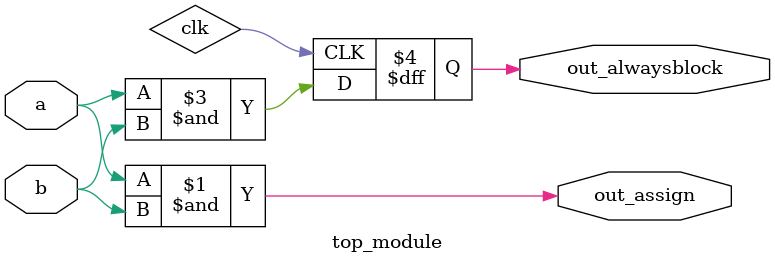
<source format=v>
module top_module(
    input a, 
    input b,
    output wire out_assign,
    output reg out_alwaysblock
);
    assign out_assign = a & b;
    always @(posedge clk)begin
        out_alwaysblock = a & b;
    end

endmodule

</source>
